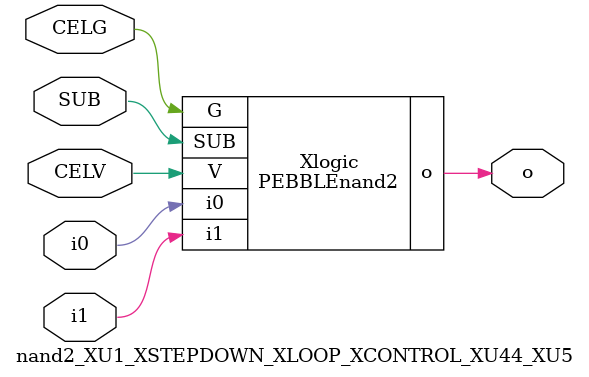
<source format=v>



module PEBBLEnand2 ( o, G, SUB, V, i0, i1 );

  input i0;
  input V;
  input i1;
  input G;
  output o;
  input SUB;
endmodule

//Celera Confidential Do Not Copy nand2_XU1_XSTEPDOWN_XLOOP_XCONTROL_XU44_XU5
//Celera Confidential Symbol Generator
//5V NAND2
module nand2_XU1_XSTEPDOWN_XLOOP_XCONTROL_XU44_XU5 (CELV,CELG,i0,i1,o,SUB);
input CELV;
input CELG;
input i0;
input i1;
input SUB;
output o;

//Celera Confidential Do Not Copy nand2
PEBBLEnand2 Xlogic(
.V (CELV),
.i0 (i0),
.i1 (i1),
.o (o),
.SUB (SUB),
.G (CELG)
);
//,diesize,PEBBLEnand2

//Celera Confidential Do Not Copy Module End
//Celera Schematic Generator
endmodule

</source>
